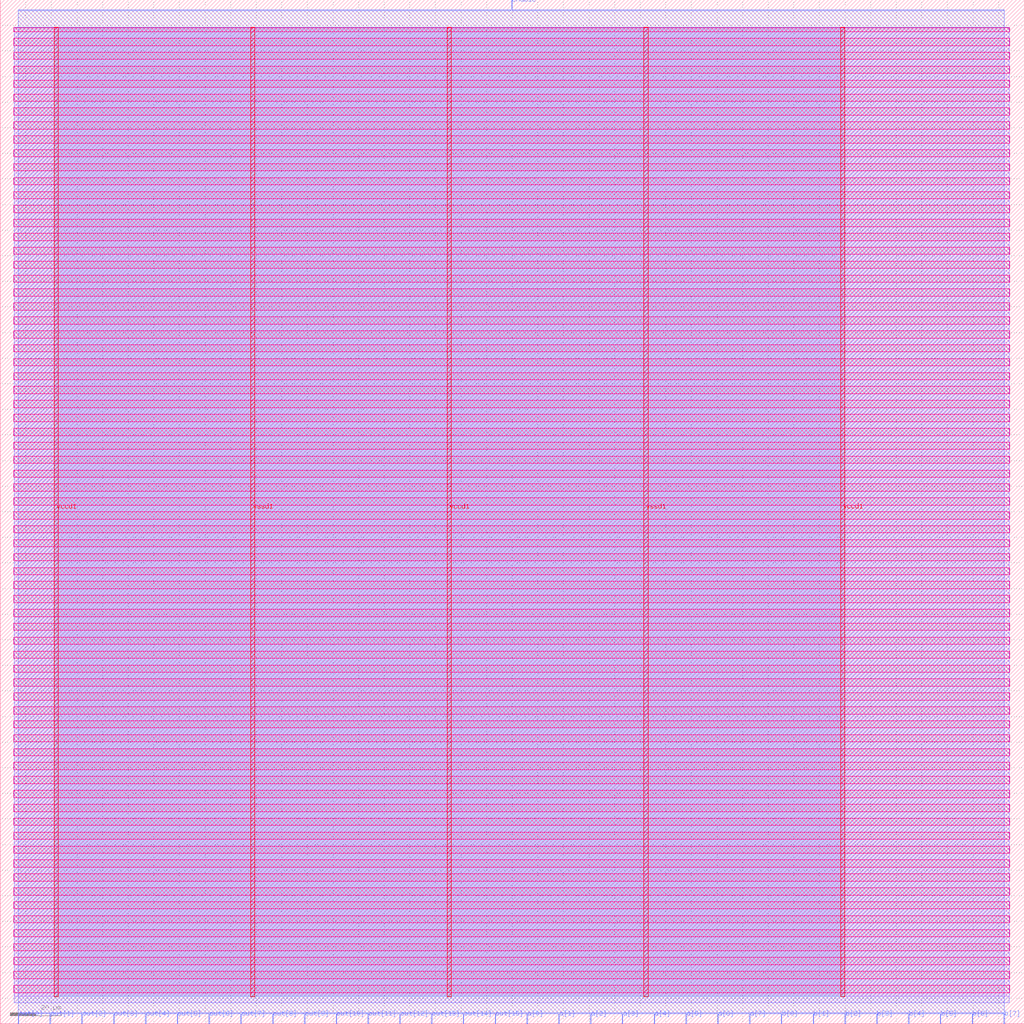
<source format=lef>
VERSION 5.7 ;
  NOWIREEXTENSIONATPIN ON ;
  DIVIDERCHAR "/" ;
  BUSBITCHARS "[]" ;
MACRO dadda_multiplier
  CLASS BLOCK ;
  FOREIGN dadda_multiplier ;
  ORIGIN 0.000 0.000 ;
  SIZE 400.000 BY 400.000 ;
  PIN a[0]
    DIRECTION INPUT ;
    USE SIGNAL ;
    PORT
      LAYER met2 ;
        RECT 205.710 0.000 205.990 4.000 ;
    END
  END a[0]
  PIN a[1]
    DIRECTION INPUT ;
    USE SIGNAL ;
    PORT
      LAYER met2 ;
        RECT 218.130 0.000 218.410 4.000 ;
    END
  END a[1]
  PIN a[2]
    DIRECTION INPUT ;
    USE SIGNAL ;
    PORT
      LAYER met2 ;
        RECT 230.550 0.000 230.830 4.000 ;
    END
  END a[2]
  PIN a[3]
    DIRECTION INPUT ;
    USE SIGNAL ;
    PORT
      LAYER met2 ;
        RECT 242.970 0.000 243.250 4.000 ;
    END
  END a[3]
  PIN a[4]
    DIRECTION INPUT ;
    USE SIGNAL ;
    PORT
      LAYER met2 ;
        RECT 255.390 0.000 255.670 4.000 ;
    END
  END a[4]
  PIN a[5]
    DIRECTION INPUT ;
    USE SIGNAL ;
    PORT
      LAYER met2 ;
        RECT 267.810 0.000 268.090 4.000 ;
    END
  END a[5]
  PIN a[6]
    DIRECTION INPUT ;
    USE SIGNAL ;
    PORT
      LAYER met2 ;
        RECT 280.230 0.000 280.510 4.000 ;
    END
  END a[6]
  PIN a[7]
    DIRECTION INPUT ;
    USE SIGNAL ;
    PORT
      LAYER met2 ;
        RECT 292.650 0.000 292.930 4.000 ;
    END
  END a[7]
  PIN b[0]
    DIRECTION INPUT ;
    USE SIGNAL ;
    PORT
      LAYER met2 ;
        RECT 305.070 0.000 305.350 4.000 ;
    END
  END b[0]
  PIN b[1]
    DIRECTION INPUT ;
    USE SIGNAL ;
    PORT
      LAYER met2 ;
        RECT 317.490 0.000 317.770 4.000 ;
    END
  END b[1]
  PIN b[2]
    DIRECTION INPUT ;
    USE SIGNAL ;
    PORT
      LAYER met2 ;
        RECT 329.910 0.000 330.190 4.000 ;
    END
  END b[2]
  PIN b[3]
    DIRECTION INPUT ;
    USE SIGNAL ;
    PORT
      LAYER met2 ;
        RECT 342.330 0.000 342.610 4.000 ;
    END
  END b[3]
  PIN b[4]
    DIRECTION INPUT ;
    USE SIGNAL ;
    PORT
      LAYER met2 ;
        RECT 354.750 0.000 355.030 4.000 ;
    END
  END b[4]
  PIN b[5]
    DIRECTION INPUT ;
    USE SIGNAL ;
    PORT
      LAYER met2 ;
        RECT 367.170 0.000 367.450 4.000 ;
    END
  END b[5]
  PIN b[6]
    DIRECTION INPUT ;
    USE SIGNAL ;
    PORT
      LAYER met2 ;
        RECT 379.590 0.000 379.870 4.000 ;
    END
  END b[6]
  PIN b[7]
    DIRECTION INPUT ;
    USE SIGNAL ;
    PORT
      LAYER met2 ;
        RECT 392.010 0.000 392.290 4.000 ;
    END
  END b[7]
  PIN enable
    DIRECTION INPUT ;
    USE SIGNAL ;
    PORT
      LAYER met2 ;
        RECT 199.730 396.000 200.010 400.000 ;
    END
  END enable
  PIN out[0]
    DIRECTION OUTPUT TRISTATE ;
    USE SIGNAL ;
    PORT
      LAYER met2 ;
        RECT 6.990 0.000 7.270 4.000 ;
    END
  END out[0]
  PIN out[10]
    DIRECTION OUTPUT TRISTATE ;
    USE SIGNAL ;
    PORT
      LAYER met2 ;
        RECT 131.190 0.000 131.470 4.000 ;
    END
  END out[10]
  PIN out[11]
    DIRECTION OUTPUT TRISTATE ;
    USE SIGNAL ;
    PORT
      LAYER met2 ;
        RECT 143.610 0.000 143.890 4.000 ;
    END
  END out[11]
  PIN out[12]
    DIRECTION OUTPUT TRISTATE ;
    USE SIGNAL ;
    PORT
      LAYER met2 ;
        RECT 156.030 0.000 156.310 4.000 ;
    END
  END out[12]
  PIN out[13]
    DIRECTION OUTPUT TRISTATE ;
    USE SIGNAL ;
    PORT
      LAYER met2 ;
        RECT 168.450 0.000 168.730 4.000 ;
    END
  END out[13]
  PIN out[14]
    DIRECTION OUTPUT TRISTATE ;
    USE SIGNAL ;
    PORT
      LAYER met2 ;
        RECT 180.870 0.000 181.150 4.000 ;
    END
  END out[14]
  PIN out[15]
    DIRECTION OUTPUT TRISTATE ;
    USE SIGNAL ;
    PORT
      LAYER met2 ;
        RECT 193.290 0.000 193.570 4.000 ;
    END
  END out[15]
  PIN out[1]
    DIRECTION OUTPUT TRISTATE ;
    USE SIGNAL ;
    PORT
      LAYER met2 ;
        RECT 19.410 0.000 19.690 4.000 ;
    END
  END out[1]
  PIN out[2]
    DIRECTION OUTPUT TRISTATE ;
    USE SIGNAL ;
    PORT
      LAYER met2 ;
        RECT 31.830 0.000 32.110 4.000 ;
    END
  END out[2]
  PIN out[3]
    DIRECTION OUTPUT TRISTATE ;
    USE SIGNAL ;
    PORT
      LAYER met2 ;
        RECT 44.250 0.000 44.530 4.000 ;
    END
  END out[3]
  PIN out[4]
    DIRECTION OUTPUT TRISTATE ;
    USE SIGNAL ;
    PORT
      LAYER met2 ;
        RECT 56.670 0.000 56.950 4.000 ;
    END
  END out[4]
  PIN out[5]
    DIRECTION OUTPUT TRISTATE ;
    USE SIGNAL ;
    PORT
      LAYER met2 ;
        RECT 69.090 0.000 69.370 4.000 ;
    END
  END out[5]
  PIN out[6]
    DIRECTION OUTPUT TRISTATE ;
    USE SIGNAL ;
    PORT
      LAYER met2 ;
        RECT 81.510 0.000 81.790 4.000 ;
    END
  END out[6]
  PIN out[7]
    DIRECTION OUTPUT TRISTATE ;
    USE SIGNAL ;
    PORT
      LAYER met2 ;
        RECT 93.930 0.000 94.210 4.000 ;
    END
  END out[7]
  PIN out[8]
    DIRECTION OUTPUT TRISTATE ;
    USE SIGNAL ;
    PORT
      LAYER met2 ;
        RECT 106.350 0.000 106.630 4.000 ;
    END
  END out[8]
  PIN out[9]
    DIRECTION OUTPUT TRISTATE ;
    USE SIGNAL ;
    PORT
      LAYER met2 ;
        RECT 118.770 0.000 119.050 4.000 ;
    END
  END out[9]
  PIN vccd1
    DIRECTION INOUT ;
    USE POWER ;
    PORT
      LAYER met4 ;
        RECT 21.040 10.640 22.640 389.200 ;
    END
    PORT
      LAYER met4 ;
        RECT 174.640 10.640 176.240 389.200 ;
    END
    PORT
      LAYER met4 ;
        RECT 328.240 10.640 329.840 389.200 ;
    END
  END vccd1
  PIN vssd1
    DIRECTION INOUT ;
    USE GROUND ;
    PORT
      LAYER met4 ;
        RECT 97.840 10.640 99.440 389.200 ;
    END
    PORT
      LAYER met4 ;
        RECT 251.440 10.640 253.040 389.200 ;
    END
  END vssd1
  OBS
      LAYER nwell ;
        RECT 5.330 387.545 394.410 389.150 ;
        RECT 5.330 382.105 394.410 384.935 ;
        RECT 5.330 376.665 394.410 379.495 ;
        RECT 5.330 371.225 394.410 374.055 ;
        RECT 5.330 365.785 394.410 368.615 ;
        RECT 5.330 360.345 394.410 363.175 ;
        RECT 5.330 354.905 394.410 357.735 ;
        RECT 5.330 349.465 394.410 352.295 ;
        RECT 5.330 344.025 394.410 346.855 ;
        RECT 5.330 338.585 394.410 341.415 ;
        RECT 5.330 333.145 394.410 335.975 ;
        RECT 5.330 327.705 394.410 330.535 ;
        RECT 5.330 322.265 394.410 325.095 ;
        RECT 5.330 316.825 394.410 319.655 ;
        RECT 5.330 311.385 394.410 314.215 ;
        RECT 5.330 305.945 394.410 308.775 ;
        RECT 5.330 300.505 394.410 303.335 ;
        RECT 5.330 295.065 394.410 297.895 ;
        RECT 5.330 289.625 394.410 292.455 ;
        RECT 5.330 284.185 394.410 287.015 ;
        RECT 5.330 278.745 394.410 281.575 ;
        RECT 5.330 273.305 394.410 276.135 ;
        RECT 5.330 267.865 394.410 270.695 ;
        RECT 5.330 262.425 394.410 265.255 ;
        RECT 5.330 256.985 394.410 259.815 ;
        RECT 5.330 251.545 394.410 254.375 ;
        RECT 5.330 246.105 394.410 248.935 ;
        RECT 5.330 240.665 394.410 243.495 ;
        RECT 5.330 235.225 394.410 238.055 ;
        RECT 5.330 229.785 394.410 232.615 ;
        RECT 5.330 224.345 394.410 227.175 ;
        RECT 5.330 218.905 394.410 221.735 ;
        RECT 5.330 213.465 394.410 216.295 ;
        RECT 5.330 208.025 394.410 210.855 ;
        RECT 5.330 202.585 394.410 205.415 ;
        RECT 5.330 197.145 394.410 199.975 ;
        RECT 5.330 191.705 394.410 194.535 ;
        RECT 5.330 186.265 394.410 189.095 ;
        RECT 5.330 180.825 394.410 183.655 ;
        RECT 5.330 175.385 394.410 178.215 ;
        RECT 5.330 169.945 394.410 172.775 ;
        RECT 5.330 164.505 394.410 167.335 ;
        RECT 5.330 159.065 394.410 161.895 ;
        RECT 5.330 153.625 394.410 156.455 ;
        RECT 5.330 148.185 394.410 151.015 ;
        RECT 5.330 142.745 394.410 145.575 ;
        RECT 5.330 137.305 394.410 140.135 ;
        RECT 5.330 131.865 394.410 134.695 ;
        RECT 5.330 126.425 394.410 129.255 ;
        RECT 5.330 120.985 394.410 123.815 ;
        RECT 5.330 115.545 394.410 118.375 ;
        RECT 5.330 110.105 394.410 112.935 ;
        RECT 5.330 104.665 394.410 107.495 ;
        RECT 5.330 99.225 394.410 102.055 ;
        RECT 5.330 93.785 394.410 96.615 ;
        RECT 5.330 88.345 394.410 91.175 ;
        RECT 5.330 82.905 394.410 85.735 ;
        RECT 5.330 77.465 394.410 80.295 ;
        RECT 5.330 72.025 394.410 74.855 ;
        RECT 5.330 66.585 394.410 69.415 ;
        RECT 5.330 61.145 394.410 63.975 ;
        RECT 5.330 55.705 394.410 58.535 ;
        RECT 5.330 50.265 394.410 53.095 ;
        RECT 5.330 44.825 394.410 47.655 ;
        RECT 5.330 39.385 394.410 42.215 ;
        RECT 5.330 33.945 394.410 36.775 ;
        RECT 5.330 28.505 394.410 31.335 ;
        RECT 5.330 23.065 394.410 25.895 ;
        RECT 5.330 17.625 394.410 20.455 ;
        RECT 5.330 12.185 394.410 15.015 ;
      LAYER li1 ;
        RECT 5.520 10.795 394.220 389.045 ;
      LAYER met1 ;
        RECT 5.520 8.200 394.220 389.200 ;
      LAYER met2 ;
        RECT 7.000 395.720 199.450 396.000 ;
        RECT 200.290 395.720 392.280 396.000 ;
        RECT 7.000 4.280 392.280 395.720 ;
        RECT 7.550 4.000 19.130 4.280 ;
        RECT 19.970 4.000 31.550 4.280 ;
        RECT 32.390 4.000 43.970 4.280 ;
        RECT 44.810 4.000 56.390 4.280 ;
        RECT 57.230 4.000 68.810 4.280 ;
        RECT 69.650 4.000 81.230 4.280 ;
        RECT 82.070 4.000 93.650 4.280 ;
        RECT 94.490 4.000 106.070 4.280 ;
        RECT 106.910 4.000 118.490 4.280 ;
        RECT 119.330 4.000 130.910 4.280 ;
        RECT 131.750 4.000 143.330 4.280 ;
        RECT 144.170 4.000 155.750 4.280 ;
        RECT 156.590 4.000 168.170 4.280 ;
        RECT 169.010 4.000 180.590 4.280 ;
        RECT 181.430 4.000 193.010 4.280 ;
        RECT 193.850 4.000 205.430 4.280 ;
        RECT 206.270 4.000 217.850 4.280 ;
        RECT 218.690 4.000 230.270 4.280 ;
        RECT 231.110 4.000 242.690 4.280 ;
        RECT 243.530 4.000 255.110 4.280 ;
        RECT 255.950 4.000 267.530 4.280 ;
        RECT 268.370 4.000 279.950 4.280 ;
        RECT 280.790 4.000 292.370 4.280 ;
        RECT 293.210 4.000 304.790 4.280 ;
        RECT 305.630 4.000 317.210 4.280 ;
        RECT 318.050 4.000 329.630 4.280 ;
        RECT 330.470 4.000 342.050 4.280 ;
        RECT 342.890 4.000 354.470 4.280 ;
        RECT 355.310 4.000 366.890 4.280 ;
        RECT 367.730 4.000 379.310 4.280 ;
        RECT 380.150 4.000 391.730 4.280 ;
      LAYER met3 ;
        RECT 21.050 10.715 329.830 389.125 ;
  END
END dadda_multiplier
END LIBRARY


</source>
